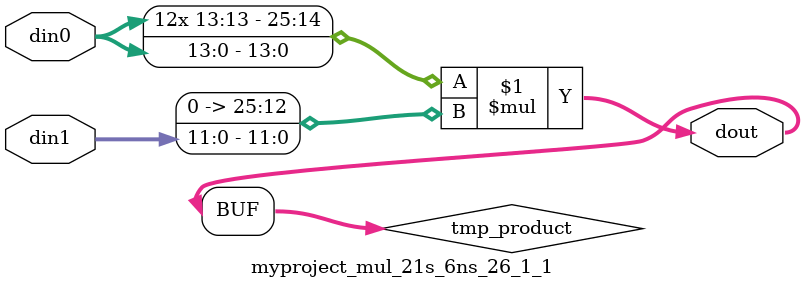
<source format=v>

`timescale 1 ns / 1 ps

  module myproject_mul_21s_6ns_26_1_1(din0, din1, dout);
parameter ID = 1;
parameter NUM_STAGE = 0;
parameter din0_WIDTH = 14;
parameter din1_WIDTH = 12;
parameter dout_WIDTH = 26;

input [din0_WIDTH - 1 : 0] din0; 
input [din1_WIDTH - 1 : 0] din1; 
output [dout_WIDTH - 1 : 0] dout;

wire signed [dout_WIDTH - 1 : 0] tmp_product;












assign tmp_product = $signed(din0) * $signed({1'b0, din1});









assign dout = tmp_product;







endmodule

</source>
